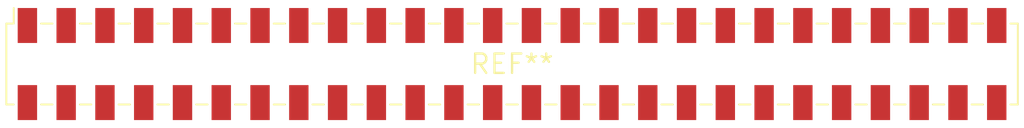
<source format=kicad_pcb>
(kicad_pcb (version 20240108) (generator pcbnew)
  (layers (0 "F.Cu" signal) (31 "B.Cu" signal) (34 "B.Paste" user) (35 "F.Paste" user) (36 "B.SilkS" user "B.Silkscreen") (37 "F.SilkS" user "F.Silkscreen") (38 "B.Mask" user) (39 "F.Mask" user) (44 "Edge.Cuts" user))
  (net 0 "")
  (footprint "Samtec_HLE-126-02-xxx-DV-LC_2x26_P2.54mm_Horizontal" (layer "F.Cu") (at 0 0)
    (property "Reference" "REF**")
    (property "Value" "Samtec_HLE-126-02-xxx-DV-LC_2x26_P2.54mm_Horizontal")
    (fp_line (start -33.13 -2.65) (end -33.13 2.65) (layer "F.SilkS") (stroke (width 0.12)))
    (fp_line (start -33.13 2.65) (end -32.645 2.65) (layer "F.SilkS") (stroke (width 0.12)))
    (fp_line (start -32.645 -3.67) (end -32.645 -2.65) (layer "F.SilkS") (stroke (width 0.12)))
    (fp_line (start -32.645 -2.65) (end -33.13 -2.65) (layer "F.SilkS") (stroke (width 0.12)))
    (fp_line (start -30.855 -2.65) (end -30.105 -2.65) (layer "F.SilkS") (stroke (width 0.12)))
    (fp_line (start -30.855 2.65) (end -30.105 2.65) (layer "F.SilkS") (stroke (width 0.12)))
    (fp_line (start -28.315 -2.65) (end -27.565 -2.65) (layer "F.SilkS") (stroke (width 0.12)))
    (fp_line (start -28.315 2.65) (end -27.565 2.65) (layer "F.SilkS") (stroke (width 0.12)))
    (fp_line (start -25.775 -2.65) (end -25.025 -2.65) (layer "F.SilkS") (stroke (width 0.12)))
    (fp_line (start -25.775 2.65) (end -25.025 2.65) (layer "F.SilkS") (stroke (width 0.12)))
    (fp_line (start -23.235 -2.65) (end -22.485 -2.65) (layer "F.SilkS") (stroke (width 0.12)))
    (fp_line (start -23.235 2.65) (end -22.485 2.65) (layer "F.SilkS") (stroke (width 0.12)))
    (fp_line (start -20.695 -2.65) (end -19.945 -2.65) (layer "F.SilkS") (stroke (width 0.12)))
    (fp_line (start -20.695 2.65) (end -19.945 2.65) (layer "F.SilkS") (stroke (width 0.12)))
    (fp_line (start -18.155 -2.65) (end -17.405 -2.65) (layer "F.SilkS") (stroke (width 0.12)))
    (fp_line (start -18.155 2.65) (end -17.405 2.65) (layer "F.SilkS") (stroke (width 0.12)))
    (fp_line (start -15.615 -2.65) (end -14.865 -2.65) (layer "F.SilkS") (stroke (width 0.12)))
    (fp_line (start -15.615 2.65) (end -14.865 2.65) (layer "F.SilkS") (stroke (width 0.12)))
    (fp_line (start -13.075 -2.65) (end -12.325 -2.65) (layer "F.SilkS") (stroke (width 0.12)))
    (fp_line (start -13.075 2.65) (end -12.325 2.65) (layer "F.SilkS") (stroke (width 0.12)))
    (fp_line (start -10.535 -2.65) (end -9.785 -2.65) (layer "F.SilkS") (stroke (width 0.12)))
    (fp_line (start -10.535 2.65) (end -9.785 2.65) (layer "F.SilkS") (stroke (width 0.12)))
    (fp_line (start -7.995 -2.65) (end -7.245 -2.65) (layer "F.SilkS") (stroke (width 0.12)))
    (fp_line (start -7.995 2.65) (end -7.245 2.65) (layer "F.SilkS") (stroke (width 0.12)))
    (fp_line (start -5.455 -2.65) (end -4.705 -2.65) (layer "F.SilkS") (stroke (width 0.12)))
    (fp_line (start -5.455 2.65) (end -4.705 2.65) (layer "F.SilkS") (stroke (width 0.12)))
    (fp_line (start -2.915 -2.65) (end -2.165 -2.65) (layer "F.SilkS") (stroke (width 0.12)))
    (fp_line (start -2.915 2.65) (end -2.165 2.65) (layer "F.SilkS") (stroke (width 0.12)))
    (fp_line (start -0.375 -2.65) (end 0.375 -2.65) (layer "F.SilkS") (stroke (width 0.12)))
    (fp_line (start -0.375 2.65) (end 0.375 2.65) (layer "F.SilkS") (stroke (width 0.12)))
    (fp_line (start 2.165 -2.65) (end 2.915 -2.65) (layer "F.SilkS") (stroke (width 0.12)))
    (fp_line (start 2.165 2.65) (end 2.915 2.65) (layer "F.SilkS") (stroke (width 0.12)))
    (fp_line (start 4.705 -2.65) (end 5.455 -2.65) (layer "F.SilkS") (stroke (width 0.12)))
    (fp_line (start 4.705 2.65) (end 5.455 2.65) (layer "F.SilkS") (stroke (width 0.12)))
    (fp_line (start 7.245 -2.65) (end 7.995 -2.65) (layer "F.SilkS") (stroke (width 0.12)))
    (fp_line (start 7.245 2.65) (end 7.995 2.65) (layer "F.SilkS") (stroke (width 0.12)))
    (fp_line (start 9.785 -2.65) (end 10.535 -2.65) (layer "F.SilkS") (stroke (width 0.12)))
    (fp_line (start 9.785 2.65) (end 10.535 2.65) (layer "F.SilkS") (stroke (width 0.12)))
    (fp_line (start 12.325 -2.65) (end 13.075 -2.65) (layer "F.SilkS") (stroke (width 0.12)))
    (fp_line (start 12.325 2.65) (end 13.075 2.65) (layer "F.SilkS") (stroke (width 0.12)))
    (fp_line (start 14.865 -2.65) (end 15.615 -2.65) (layer "F.SilkS") (stroke (width 0.12)))
    (fp_line (start 14.865 2.65) (end 15.615 2.65) (layer "F.SilkS") (stroke (width 0.12)))
    (fp_line (start 17.405 -2.65) (end 18.155 -2.65) (layer "F.SilkS") (stroke (width 0.12)))
    (fp_line (start 17.405 2.65) (end 18.155 2.65) (layer "F.SilkS") (stroke (width 0.12)))
    (fp_line (start 19.945 -2.65) (end 20.695 -2.65) (layer "F.SilkS") (stroke (width 0.12)))
    (fp_line (start 19.945 2.65) (end 20.695 2.65) (layer "F.SilkS") (stroke (width 0.12)))
    (fp_line (start 22.485 -2.65) (end 23.235 -2.65) (layer "F.SilkS") (stroke (width 0.12)))
    (fp_line (start 22.485 2.65) (end 23.235 2.65) (layer "F.SilkS") (stroke (width 0.12)))
    (fp_line (start 25.025 -2.65) (end 25.775 -2.65) (layer "F.SilkS") (stroke (width 0.12)))
    (fp_line (start 25.025 2.65) (end 25.775 2.65) (layer "F.SilkS") (stroke (width 0.12)))
    (fp_line (start 27.565 -2.65) (end 28.315 -2.65) (layer "F.SilkS") (stroke (width 0.12)))
    (fp_line (start 27.565 2.65) (end 28.315 2.65) (layer "F.SilkS") (stroke (width 0.12)))
    (fp_line (start 30.105 -2.65) (end 30.855 -2.65) (layer "F.SilkS") (stroke (width 0.12)))
    (fp_line (start 30.105 2.65) (end 30.855 2.65) (layer "F.SilkS") (stroke (width 0.12)))
    (fp_line (start 32.645 -2.65) (end 33.13 -2.65) (layer "F.SilkS") (stroke (width 0.12)))
    (fp_line (start 33.13 -2.65) (end 33.13 2.65) (layer "F.SilkS") (stroke (width 0.12)))
    (fp_line (start 33.13 2.65) (end 32.645 2.65) (layer "F.SilkS") (stroke (width 0.12)))
    (pad "" np_thru_hole circle (at -30.48 0) (size 1.19 1.19) (drill 1.19) (layers *.Cu *.Mask))
    (pad "" np_thru_hole circle (at 30.48 0) (size 1.19 1.19) (drill 1.19) (layers *.Cu *.Mask))
    (pad "1" smd rect (at -31.75 -2.525) (size 1.27 2.29) (layers "F.Cu" "F.Paste" "F.Mask"))
    (pad "2" smd rect (at -31.75 2.525) (size 1.27 2.29) (layers "F.Cu" "F.Paste" "F.Mask"))
    (pad "3" smd rect (at -29.21 -2.525) (size 1.27 2.29) (layers "F.Cu" "F.Paste" "F.Mask"))
    (pad "4" smd rect (at -29.21 2.525) (size 1.27 2.29) (layers "F.Cu" "F.Paste" "F.Mask"))
    (pad "5" smd rect (at -26.67 -2.525) (size 1.27 2.29) (layers "F.Cu" "F.Paste" "F.Mask"))
    (pad "6" smd rect (at -26.67 2.525) (size 1.27 2.29) (layers "F.Cu" "F.Paste" "F.Mask"))
    (pad "7" smd rect (at -24.13 -2.525) (size 1.27 2.29) (layers "F.Cu" "F.Paste" "F.Mask"))
    (pad "8" smd rect (at -24.13 2.525) (size 1.27 2.29) (layers "F.Cu" "F.Paste" "F.Mask"))
    (pad "9" smd rect (at -21.59 -2.525) (size 1.27 2.29) (layers "F.Cu" "F.Paste" "F.Mask"))
    (pad "10" smd rect (at -21.59 2.525) (size 1.27 2.29) (layers "F.Cu" "F.Paste" "F.Mask"))
    (pad "11" smd rect (at -19.05 -2.525) (size 1.27 2.29) (layers "F.Cu" "F.Paste" "F.Mask"))
    (pad "12" smd rect (at -19.05 2.525) (size 1.27 2.29) (layers "F.Cu" "F.Paste" "F.Mask"))
    (pad "13" smd rect (at -16.51 -2.525) (size 1.27 2.29) (layers "F.Cu" "F.Paste" "F.Mask"))
    (pad "14" smd rect (at -16.51 2.525) (size 1.27 2.29) (layers "F.Cu" "F.Paste" "F.Mask"))
    (pad "15" smd rect (at -13.97 -2.525) (size 1.27 2.29) (layers "F.Cu" "F.Paste" "F.Mask"))
    (pad "16" smd rect (at -13.97 2.525) (size 1.27 2.29) (layers "F.Cu" "F.Paste" "F.Mask"))
    (pad "17" smd rect (at -11.43 -2.525) (size 1.27 2.29) (layers "F.Cu" "F.Paste" "F.Mask"))
    (pad "18" smd rect (at -11.43 2.525) (size 1.27 2.29) (layers "F.Cu" "F.Paste" "F.Mask"))
    (pad "19" smd rect (at -8.89 -2.525) (size 1.27 2.29) (layers "F.Cu" "F.Paste" "F.Mask"))
    (pad "20" smd rect (at -8.89 2.525) (size 1.27 2.29) (layers "F.Cu" "F.Paste" "F.Mask"))
    (pad "21" smd rect (at -6.35 -2.525) (size 1.27 2.29) (layers "F.Cu" "F.Paste" "F.Mask"))
    (pad "22" smd rect (at -6.35 2.525) (size 1.27 2.29) (layers "F.Cu" "F.Paste" "F.Mask"))
    (pad "23" smd rect (at -3.81 -2.525) (size 1.27 2.29) (layers "F.Cu" "F.Paste" "F.Mask"))
    (pad "24" smd rect (at -3.81 2.525) (size 1.27 2.29) (layers "F.Cu" "F.Paste" "F.Mask"))
    (pad "25" smd rect (at -1.27 -2.525) (size 1.27 2.29) (layers "F.Cu" "F.Paste" "F.Mask"))
    (pad "26" smd rect (at -1.27 2.525) (size 1.27 2.29) (layers "F.Cu" "F.Paste" "F.Mask"))
    (pad "27" smd rect (at 1.27 -2.525) (size 1.27 2.29) (layers "F.Cu" "F.Paste" "F.Mask"))
    (pad "28" smd rect (at 1.27 2.525) (size 1.27 2.29) (layers "F.Cu" "F.Paste" "F.Mask"))
    (pad "29" smd rect (at 3.81 -2.525) (size 1.27 2.29) (layers "F.Cu" "F.Paste" "F.Mask"))
    (pad "30" smd rect (at 3.81 2.525) (size 1.27 2.29) (layers "F.Cu" "F.Paste" "F.Mask"))
    (pad "31" smd rect (at 6.35 -2.525) (size 1.27 2.29) (layers "F.Cu" "F.Paste" "F.Mask"))
    (pad "32" smd rect (at 6.35 2.525) (size 1.27 2.29) (layers "F.Cu" "F.Paste" "F.Mask"))
    (pad "33" smd rect (at 8.89 -2.525) (size 1.27 2.29) (layers "F.Cu" "F.Paste" "F.Mask"))
    (pad "34" smd rect (at 8.89 2.525) (size 1.27 2.29) (layers "F.Cu" "F.Paste" "F.Mask"))
    (pad "35" smd rect (at 11.43 -2.525) (size 1.27 2.29) (layers "F.Cu" "F.Paste" "F.Mask"))
    (pad "36" smd rect (at 11.43 2.525) (size 1.27 2.29) (layers "F.Cu" "F.Paste" "F.Mask"))
    (pad "37" smd rect (at 13.97 -2.525) (size 1.27 2.29) (layers "F.Cu" "F.Paste" "F.Mask"))
    (pad "38" smd rect (at 13.97 2.525) (size 1.27 2.29) (layers "F.Cu" "F.Paste" "F.Mask"))
    (pad "39" smd rect (at 16.51 -2.525) (size 1.27 2.29) (layers "F.Cu" "F.Paste" "F.Mask"))
    (pad "40" smd rect (at 16.51 2.525) (size 1.27 2.29) (layers "F.Cu" "F.Paste" "F.Mask"))
    (pad "41" smd rect (at 19.05 -2.525) (size 1.27 2.29) (layers "F.Cu" "F.Paste" "F.Mask"))
    (pad "42" smd rect (at 19.05 2.525) (size 1.27 2.29) (layers "F.Cu" "F.Paste" "F.Mask"))
    (pad "43" smd rect (at 21.59 -2.525) (size 1.27 2.29) (layers "F.Cu" "F.Paste" "F.Mask"))
    (pad "44" smd rect (at 21.59 2.525) (size 1.27 2.29) (layers "F.Cu" "F.Paste" "F.Mask"))
    (pad "45" smd rect (at 24.13 -2.525) (size 1.27 2.29) (layers "F.Cu" "F.Paste" "F.Mask"))
    (pad "46" smd rect (at 24.13 2.525) (size 1.27 2.29) (layers "F.Cu" "F.Paste" "F.Mask"))
    (pad "47" smd rect (at 26.67 -2.525) (size 1.27 2.29) (layers "F.Cu" "F.Paste" "F.Mask"))
    (pad "48" smd rect (at 26.67 2.525) (size 1.27 2.29) (layers "F.Cu" "F.Paste" "F.Mask"))
    (pad "49" smd rect (at 29.21 -2.525) (size 1.27 2.29) (layers "F.Cu" "F.Paste" "F.Mask"))
    (pad "50" smd rect (at 29.21 2.525) (size 1.27 2.29) (layers "F.Cu" "F.Paste" "F.Mask"))
    (pad "51" smd rect (at 31.75 -2.525) (size 1.27 2.29) (layers "F.Cu" "F.Paste" "F.Mask"))
    (pad "52" smd rect (at 31.75 2.525) (size 1.27 2.29) (layers "F.Cu" "F.Paste" "F.Mask"))
  )
)
</source>
